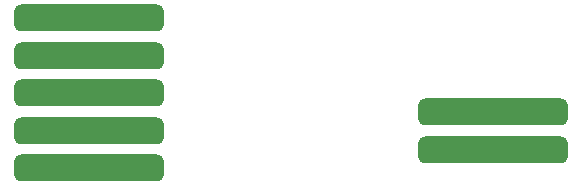
<source format=gbr>
%TF.GenerationSoftware,KiCad,Pcbnew,8.0.4-8.0.4-0~ubuntu22.04.1*%
%TF.CreationDate,2024-08-11T09:24:58-07:00*%
%TF.ProjectId,NX-ButtonInterface,4e582d42-7574-4746-9f6e-496e74657266,rev?*%
%TF.SameCoordinates,Original*%
%TF.FileFunction,Paste,Bot*%
%TF.FilePolarity,Positive*%
%FSLAX46Y46*%
G04 Gerber Fmt 4.6, Leading zero omitted, Abs format (unit mm)*
G04 Created by KiCad (PCBNEW 8.0.4-8.0.4-0~ubuntu22.04.1) date 2024-08-11 09:24:58*
%MOMM*%
%LPD*%
G01*
G04 APERTURE LIST*
G04 Aperture macros list*
%AMRoundRect*
0 Rectangle with rounded corners*
0 $1 Rounding radius*
0 $2 $3 $4 $5 $6 $7 $8 $9 X,Y pos of 4 corners*
0 Add a 4 corners polygon primitive as box body*
4,1,4,$2,$3,$4,$5,$6,$7,$8,$9,$2,$3,0*
0 Add four circle primitives for the rounded corners*
1,1,$1+$1,$2,$3*
1,1,$1+$1,$4,$5*
1,1,$1+$1,$6,$7*
1,1,$1+$1,$8,$9*
0 Add four rect primitives between the rounded corners*
20,1,$1+$1,$2,$3,$4,$5,0*
20,1,$1+$1,$4,$5,$6,$7,0*
20,1,$1+$1,$6,$7,$8,$9,0*
20,1,$1+$1,$8,$9,$2,$3,0*%
G04 Aperture macros list end*
%ADD10RoundRect,0.571500X5.778500X0.571500X-5.778500X0.571500X-5.778500X-0.571500X5.778500X-0.571500X0*%
%ADD11RoundRect,0.571500X-5.778500X-0.571500X5.778500X-0.571500X5.778500X0.571500X-5.778500X0.571500X0*%
G04 APERTURE END LIST*
D10*
%TO.C,J4*%
X125463100Y-104863900D03*
X125463100Y-108038900D03*
%TD*%
D11*
%TO.C,J2*%
X91211400Y-109575600D03*
X91211400Y-106400600D03*
X91211400Y-103225600D03*
X91211400Y-100050600D03*
X91211400Y-96875600D03*
%TD*%
M02*

</source>
